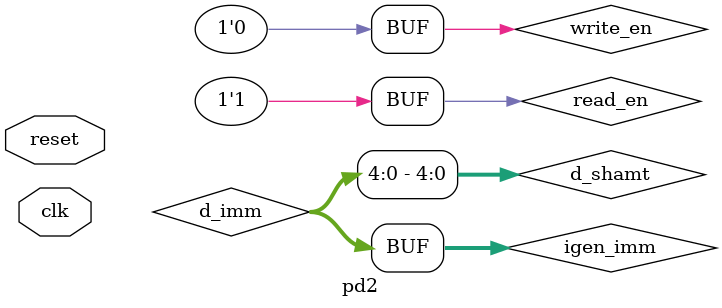
<source format=sv>
/*
 * Module: pd2
 *
 * Description: Top level module that will contain sub-module instantiations.
 *
 * Inputs:
 * 1) clk
 * 2) reset signal
 */

module pd2 #(
    parameter int AWIDTH = 32,
    parameter int DWIDTH = 32)(
    input logic clk,
    input logic reset
);

 /*
  * Instantiate other submodules and
  * probes. To be filled by student...
  *
  */

  // imemory signals
    logic [DWIDTH - 1:0] addr_i;
    logic [DWIDTH - 1:0] data_i;
    logic write_en;
    logic read_en;
       
  // Fetch signals
    logic [DWIDTH - 1:0] f_pc;
    logic [DWIDTH - 1:0] f_insn;
       
    memory #(
        .AWIDTH(32),
        .DWIDTH(32),
        .BASE_ADDR(32'h01000000)
       ) memory1 (
        .clk(clk),
        .rst(reset),
        .addr_i(f_pc),
        .data_i(data_i),
        .read_en_i(read_en),
        .write_en_i(write_en),
        .data_o(f_insn)
   );
 
    assign read_en = 1'b1;
    assign write_en = 1'b0;

  // Fetch
    fetch #(
        .AWIDTH(32),
        .DWIDTH(32),
        .BASEADDR(32'h01000000)
    ) fetch1 (
        .clk(clk),
        .rst(reset),
        .pc_o(f_pc),            
        .insn_o(f_insn)         
    );

    // Decode signals
    logic [DWIDTH - 1:0] d_pc;
    logic [DWIDTH - 1:0] d_insn;
    logic [6:0] d_opcode;
    logic [4:0] d_rd;
    logic [4:0] d_rs1;
    logic [4:0] d_rs2;
    logic [6:0] d_funct7;
    logic [2:0] d_funct3;
    logic [4:0] d_shamt;
    logic [DWIDTH - 1:0] d_imm;

    decode #(
        .AWIDTH(32),
        .DWIDTH(32)
    ) decode1 (
        .clk(clk),
        .rst(reset),
        .insn_i(f_insn),
        .pc_i(f_pc),
        .pc_o(d_pc),            
        .insn_o(d_insn),         
        .opcode_o(d_opcode),         
        .rd_o(d_rd),         
        .rs1_o(d_rs1),         
        .rs2_o(d_rs2),         
        .funct7_o(d_funct7),         
        .funct3_o(d_funct3),         
        .shamt_o(d_shamt),         
        .imm_o(d_imm)          
    );

    // Immediate Generator signals
    logic [DWIDTH - 1:0] igen_imm;
    // Immediate Generator instantiation
    igen #(
        .DWIDTH(32)
    ) igen1 (
        .opcode_i(d_opcode),
        .insn_i(d_insn),
        .imm_o(igen_imm)
    );

    // Control signals
    logic c_pcsel;
    logic c_immsel;
    logic c_regwren;
    logic c_rs1sel;
    logic c_rs2sel;
    logic c_memren;
    logic c_memwren;
    logic [1:0] c_wbsel;
    logic [3:0] c_alusel;

    control #(
        .DWIDTH(32)
    ) control1 (
        .insn_i(d_insn),
        .opcode_i(d_opcode),
        .funct7_i(d_funct7),
        .funct3_i(d_funct3),
        .pcsel_o(c_pcsel),       
        .immsel_o(c_immsel),
        .regwren_o(c_regwren),
        .rs1sel_o(c_rs1sel),
        .rs2sel_o(c_rs2sel),
        .memren_o(c_memren),
        .memwren_o(c_memwren),
        .wbsel_o(c_wbsel),
        .alusel_o(c_alusel)
    );

    assign d_imm = igen_imm;
    assign d_shamt = igen_imm[4:0];

endmodule : pd2

</source>
